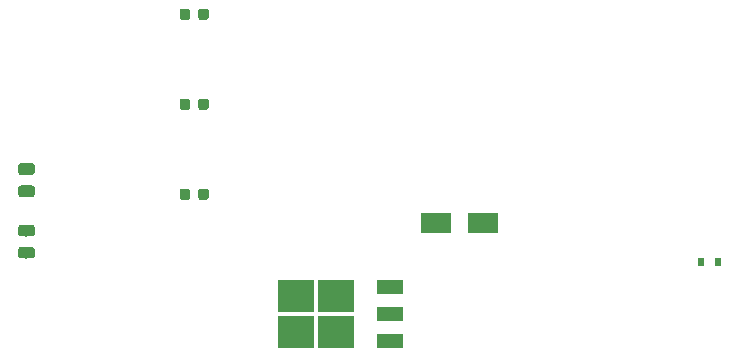
<source format=gbr>
G04 #@! TF.GenerationSoftware,KiCad,Pcbnew,(5.1.2-1)-1*
G04 #@! TF.CreationDate,2019-07-11T02:04:14+01:00*
G04 #@! TF.ProjectId,tool-lockers-pcb,746f6f6c-2d6c-46f6-936b-6572732d7063,rev?*
G04 #@! TF.SameCoordinates,Original*
G04 #@! TF.FileFunction,Paste,Top*
G04 #@! TF.FilePolarity,Positive*
%FSLAX46Y46*%
G04 Gerber Fmt 4.6, Leading zero omitted, Abs format (unit mm)*
G04 Created by KiCad (PCBNEW (5.1.2-1)-1) date 2019-07-11 02:04:14*
%MOMM*%
%LPD*%
G04 APERTURE LIST*
%ADD10C,0.100000*%
%ADD11C,0.875000*%
%ADD12R,0.600000X0.700000*%
%ADD13R,2.500000X1.800000*%
%ADD14C,0.975000*%
%ADD15R,2.200000X1.200000*%
%ADD16R,3.050000X2.750000*%
G04 APERTURE END LIST*
D10*
G36*
X135749191Y-99856053D02*
G01*
X135770426Y-99859203D01*
X135791250Y-99864419D01*
X135811462Y-99871651D01*
X135830868Y-99880830D01*
X135849281Y-99891866D01*
X135866524Y-99904654D01*
X135882430Y-99919070D01*
X135896846Y-99934976D01*
X135909634Y-99952219D01*
X135920670Y-99970632D01*
X135929849Y-99990038D01*
X135937081Y-100010250D01*
X135942297Y-100031074D01*
X135945447Y-100052309D01*
X135946500Y-100073750D01*
X135946500Y-100586250D01*
X135945447Y-100607691D01*
X135942297Y-100628926D01*
X135937081Y-100649750D01*
X135929849Y-100669962D01*
X135920670Y-100689368D01*
X135909634Y-100707781D01*
X135896846Y-100725024D01*
X135882430Y-100740930D01*
X135866524Y-100755346D01*
X135849281Y-100768134D01*
X135830868Y-100779170D01*
X135811462Y-100788349D01*
X135791250Y-100795581D01*
X135770426Y-100800797D01*
X135749191Y-100803947D01*
X135727750Y-100805000D01*
X135290250Y-100805000D01*
X135268809Y-100803947D01*
X135247574Y-100800797D01*
X135226750Y-100795581D01*
X135206538Y-100788349D01*
X135187132Y-100779170D01*
X135168719Y-100768134D01*
X135151476Y-100755346D01*
X135135570Y-100740930D01*
X135121154Y-100725024D01*
X135108366Y-100707781D01*
X135097330Y-100689368D01*
X135088151Y-100669962D01*
X135080919Y-100649750D01*
X135075703Y-100628926D01*
X135072553Y-100607691D01*
X135071500Y-100586250D01*
X135071500Y-100073750D01*
X135072553Y-100052309D01*
X135075703Y-100031074D01*
X135080919Y-100010250D01*
X135088151Y-99990038D01*
X135097330Y-99970632D01*
X135108366Y-99952219D01*
X135121154Y-99934976D01*
X135135570Y-99919070D01*
X135151476Y-99904654D01*
X135168719Y-99891866D01*
X135187132Y-99880830D01*
X135206538Y-99871651D01*
X135226750Y-99864419D01*
X135247574Y-99859203D01*
X135268809Y-99856053D01*
X135290250Y-99855000D01*
X135727750Y-99855000D01*
X135749191Y-99856053D01*
X135749191Y-99856053D01*
G37*
D11*
X135509000Y-100330000D03*
D10*
G36*
X134174191Y-99856053D02*
G01*
X134195426Y-99859203D01*
X134216250Y-99864419D01*
X134236462Y-99871651D01*
X134255868Y-99880830D01*
X134274281Y-99891866D01*
X134291524Y-99904654D01*
X134307430Y-99919070D01*
X134321846Y-99934976D01*
X134334634Y-99952219D01*
X134345670Y-99970632D01*
X134354849Y-99990038D01*
X134362081Y-100010250D01*
X134367297Y-100031074D01*
X134370447Y-100052309D01*
X134371500Y-100073750D01*
X134371500Y-100586250D01*
X134370447Y-100607691D01*
X134367297Y-100628926D01*
X134362081Y-100649750D01*
X134354849Y-100669962D01*
X134345670Y-100689368D01*
X134334634Y-100707781D01*
X134321846Y-100725024D01*
X134307430Y-100740930D01*
X134291524Y-100755346D01*
X134274281Y-100768134D01*
X134255868Y-100779170D01*
X134236462Y-100788349D01*
X134216250Y-100795581D01*
X134195426Y-100800797D01*
X134174191Y-100803947D01*
X134152750Y-100805000D01*
X133715250Y-100805000D01*
X133693809Y-100803947D01*
X133672574Y-100800797D01*
X133651750Y-100795581D01*
X133631538Y-100788349D01*
X133612132Y-100779170D01*
X133593719Y-100768134D01*
X133576476Y-100755346D01*
X133560570Y-100740930D01*
X133546154Y-100725024D01*
X133533366Y-100707781D01*
X133522330Y-100689368D01*
X133513151Y-100669962D01*
X133505919Y-100649750D01*
X133500703Y-100628926D01*
X133497553Y-100607691D01*
X133496500Y-100586250D01*
X133496500Y-100073750D01*
X133497553Y-100052309D01*
X133500703Y-100031074D01*
X133505919Y-100010250D01*
X133513151Y-99990038D01*
X133522330Y-99970632D01*
X133533366Y-99952219D01*
X133546154Y-99934976D01*
X133560570Y-99919070D01*
X133576476Y-99904654D01*
X133593719Y-99891866D01*
X133612132Y-99880830D01*
X133631538Y-99871651D01*
X133651750Y-99864419D01*
X133672574Y-99859203D01*
X133693809Y-99856053D01*
X133715250Y-99855000D01*
X134152750Y-99855000D01*
X134174191Y-99856053D01*
X134174191Y-99856053D01*
G37*
D11*
X133934000Y-100330000D03*
D12*
X177670000Y-113665000D03*
X179070000Y-113665000D03*
D13*
X155194000Y-110363000D03*
X159194000Y-110363000D03*
D10*
G36*
X121003142Y-112416674D02*
G01*
X121026803Y-112420184D01*
X121050007Y-112425996D01*
X121072529Y-112434054D01*
X121094153Y-112444282D01*
X121114670Y-112456579D01*
X121133883Y-112470829D01*
X121151607Y-112486893D01*
X121167671Y-112504617D01*
X121181921Y-112523830D01*
X121194218Y-112544347D01*
X121204446Y-112565971D01*
X121212504Y-112588493D01*
X121218316Y-112611697D01*
X121221826Y-112635358D01*
X121223000Y-112659250D01*
X121223000Y-113146750D01*
X121221826Y-113170642D01*
X121218316Y-113194303D01*
X121212504Y-113217507D01*
X121204446Y-113240029D01*
X121194218Y-113261653D01*
X121181921Y-113282170D01*
X121167671Y-113301383D01*
X121151607Y-113319107D01*
X121133883Y-113335171D01*
X121114670Y-113349421D01*
X121094153Y-113361718D01*
X121072529Y-113371946D01*
X121050007Y-113380004D01*
X121026803Y-113385816D01*
X121003142Y-113389326D01*
X120979250Y-113390500D01*
X120066750Y-113390500D01*
X120042858Y-113389326D01*
X120019197Y-113385816D01*
X119995993Y-113380004D01*
X119973471Y-113371946D01*
X119951847Y-113361718D01*
X119931330Y-113349421D01*
X119912117Y-113335171D01*
X119894393Y-113319107D01*
X119878329Y-113301383D01*
X119864079Y-113282170D01*
X119851782Y-113261653D01*
X119841554Y-113240029D01*
X119833496Y-113217507D01*
X119827684Y-113194303D01*
X119824174Y-113170642D01*
X119823000Y-113146750D01*
X119823000Y-112659250D01*
X119824174Y-112635358D01*
X119827684Y-112611697D01*
X119833496Y-112588493D01*
X119841554Y-112565971D01*
X119851782Y-112544347D01*
X119864079Y-112523830D01*
X119878329Y-112504617D01*
X119894393Y-112486893D01*
X119912117Y-112470829D01*
X119931330Y-112456579D01*
X119951847Y-112444282D01*
X119973471Y-112434054D01*
X119995993Y-112425996D01*
X120019197Y-112420184D01*
X120042858Y-112416674D01*
X120066750Y-112415500D01*
X120979250Y-112415500D01*
X121003142Y-112416674D01*
X121003142Y-112416674D01*
G37*
D14*
X120523000Y-112903000D03*
D10*
G36*
X121003142Y-110541674D02*
G01*
X121026803Y-110545184D01*
X121050007Y-110550996D01*
X121072529Y-110559054D01*
X121094153Y-110569282D01*
X121114670Y-110581579D01*
X121133883Y-110595829D01*
X121151607Y-110611893D01*
X121167671Y-110629617D01*
X121181921Y-110648830D01*
X121194218Y-110669347D01*
X121204446Y-110690971D01*
X121212504Y-110713493D01*
X121218316Y-110736697D01*
X121221826Y-110760358D01*
X121223000Y-110784250D01*
X121223000Y-111271750D01*
X121221826Y-111295642D01*
X121218316Y-111319303D01*
X121212504Y-111342507D01*
X121204446Y-111365029D01*
X121194218Y-111386653D01*
X121181921Y-111407170D01*
X121167671Y-111426383D01*
X121151607Y-111444107D01*
X121133883Y-111460171D01*
X121114670Y-111474421D01*
X121094153Y-111486718D01*
X121072529Y-111496946D01*
X121050007Y-111505004D01*
X121026803Y-111510816D01*
X121003142Y-111514326D01*
X120979250Y-111515500D01*
X120066750Y-111515500D01*
X120042858Y-111514326D01*
X120019197Y-111510816D01*
X119995993Y-111505004D01*
X119973471Y-111496946D01*
X119951847Y-111486718D01*
X119931330Y-111474421D01*
X119912117Y-111460171D01*
X119894393Y-111444107D01*
X119878329Y-111426383D01*
X119864079Y-111407170D01*
X119851782Y-111386653D01*
X119841554Y-111365029D01*
X119833496Y-111342507D01*
X119827684Y-111319303D01*
X119824174Y-111295642D01*
X119823000Y-111271750D01*
X119823000Y-110784250D01*
X119824174Y-110760358D01*
X119827684Y-110736697D01*
X119833496Y-110713493D01*
X119841554Y-110690971D01*
X119851782Y-110669347D01*
X119864079Y-110648830D01*
X119878329Y-110629617D01*
X119894393Y-110611893D01*
X119912117Y-110595829D01*
X119931330Y-110581579D01*
X119951847Y-110569282D01*
X119973471Y-110559054D01*
X119995993Y-110550996D01*
X120019197Y-110545184D01*
X120042858Y-110541674D01*
X120066750Y-110540500D01*
X120979250Y-110540500D01*
X121003142Y-110541674D01*
X121003142Y-110541674D01*
G37*
D14*
X120523000Y-111028000D03*
D10*
G36*
X121003142Y-107209674D02*
G01*
X121026803Y-107213184D01*
X121050007Y-107218996D01*
X121072529Y-107227054D01*
X121094153Y-107237282D01*
X121114670Y-107249579D01*
X121133883Y-107263829D01*
X121151607Y-107279893D01*
X121167671Y-107297617D01*
X121181921Y-107316830D01*
X121194218Y-107337347D01*
X121204446Y-107358971D01*
X121212504Y-107381493D01*
X121218316Y-107404697D01*
X121221826Y-107428358D01*
X121223000Y-107452250D01*
X121223000Y-107939750D01*
X121221826Y-107963642D01*
X121218316Y-107987303D01*
X121212504Y-108010507D01*
X121204446Y-108033029D01*
X121194218Y-108054653D01*
X121181921Y-108075170D01*
X121167671Y-108094383D01*
X121151607Y-108112107D01*
X121133883Y-108128171D01*
X121114670Y-108142421D01*
X121094153Y-108154718D01*
X121072529Y-108164946D01*
X121050007Y-108173004D01*
X121026803Y-108178816D01*
X121003142Y-108182326D01*
X120979250Y-108183500D01*
X120066750Y-108183500D01*
X120042858Y-108182326D01*
X120019197Y-108178816D01*
X119995993Y-108173004D01*
X119973471Y-108164946D01*
X119951847Y-108154718D01*
X119931330Y-108142421D01*
X119912117Y-108128171D01*
X119894393Y-108112107D01*
X119878329Y-108094383D01*
X119864079Y-108075170D01*
X119851782Y-108054653D01*
X119841554Y-108033029D01*
X119833496Y-108010507D01*
X119827684Y-107987303D01*
X119824174Y-107963642D01*
X119823000Y-107939750D01*
X119823000Y-107452250D01*
X119824174Y-107428358D01*
X119827684Y-107404697D01*
X119833496Y-107381493D01*
X119841554Y-107358971D01*
X119851782Y-107337347D01*
X119864079Y-107316830D01*
X119878329Y-107297617D01*
X119894393Y-107279893D01*
X119912117Y-107263829D01*
X119931330Y-107249579D01*
X119951847Y-107237282D01*
X119973471Y-107227054D01*
X119995993Y-107218996D01*
X120019197Y-107213184D01*
X120042858Y-107209674D01*
X120066750Y-107208500D01*
X120979250Y-107208500D01*
X121003142Y-107209674D01*
X121003142Y-107209674D01*
G37*
D14*
X120523000Y-107696000D03*
D10*
G36*
X121003142Y-105334674D02*
G01*
X121026803Y-105338184D01*
X121050007Y-105343996D01*
X121072529Y-105352054D01*
X121094153Y-105362282D01*
X121114670Y-105374579D01*
X121133883Y-105388829D01*
X121151607Y-105404893D01*
X121167671Y-105422617D01*
X121181921Y-105441830D01*
X121194218Y-105462347D01*
X121204446Y-105483971D01*
X121212504Y-105506493D01*
X121218316Y-105529697D01*
X121221826Y-105553358D01*
X121223000Y-105577250D01*
X121223000Y-106064750D01*
X121221826Y-106088642D01*
X121218316Y-106112303D01*
X121212504Y-106135507D01*
X121204446Y-106158029D01*
X121194218Y-106179653D01*
X121181921Y-106200170D01*
X121167671Y-106219383D01*
X121151607Y-106237107D01*
X121133883Y-106253171D01*
X121114670Y-106267421D01*
X121094153Y-106279718D01*
X121072529Y-106289946D01*
X121050007Y-106298004D01*
X121026803Y-106303816D01*
X121003142Y-106307326D01*
X120979250Y-106308500D01*
X120066750Y-106308500D01*
X120042858Y-106307326D01*
X120019197Y-106303816D01*
X119995993Y-106298004D01*
X119973471Y-106289946D01*
X119951847Y-106279718D01*
X119931330Y-106267421D01*
X119912117Y-106253171D01*
X119894393Y-106237107D01*
X119878329Y-106219383D01*
X119864079Y-106200170D01*
X119851782Y-106179653D01*
X119841554Y-106158029D01*
X119833496Y-106135507D01*
X119827684Y-106112303D01*
X119824174Y-106088642D01*
X119823000Y-106064750D01*
X119823000Y-105577250D01*
X119824174Y-105553358D01*
X119827684Y-105529697D01*
X119833496Y-105506493D01*
X119841554Y-105483971D01*
X119851782Y-105462347D01*
X119864079Y-105441830D01*
X119878329Y-105422617D01*
X119894393Y-105404893D01*
X119912117Y-105388829D01*
X119931330Y-105374579D01*
X119951847Y-105362282D01*
X119973471Y-105352054D01*
X119995993Y-105343996D01*
X120019197Y-105338184D01*
X120042858Y-105334674D01*
X120066750Y-105333500D01*
X120979250Y-105333500D01*
X121003142Y-105334674D01*
X121003142Y-105334674D01*
G37*
D14*
X120523000Y-105821000D03*
D15*
X151334000Y-120390000D03*
X151334000Y-118110000D03*
X151334000Y-115830000D03*
D16*
X143359000Y-116585000D03*
X146709000Y-119635000D03*
X143359000Y-119635000D03*
X146709000Y-116585000D03*
D10*
G36*
X134174191Y-107476053D02*
G01*
X134195426Y-107479203D01*
X134216250Y-107484419D01*
X134236462Y-107491651D01*
X134255868Y-107500830D01*
X134274281Y-107511866D01*
X134291524Y-107524654D01*
X134307430Y-107539070D01*
X134321846Y-107554976D01*
X134334634Y-107572219D01*
X134345670Y-107590632D01*
X134354849Y-107610038D01*
X134362081Y-107630250D01*
X134367297Y-107651074D01*
X134370447Y-107672309D01*
X134371500Y-107693750D01*
X134371500Y-108206250D01*
X134370447Y-108227691D01*
X134367297Y-108248926D01*
X134362081Y-108269750D01*
X134354849Y-108289962D01*
X134345670Y-108309368D01*
X134334634Y-108327781D01*
X134321846Y-108345024D01*
X134307430Y-108360930D01*
X134291524Y-108375346D01*
X134274281Y-108388134D01*
X134255868Y-108399170D01*
X134236462Y-108408349D01*
X134216250Y-108415581D01*
X134195426Y-108420797D01*
X134174191Y-108423947D01*
X134152750Y-108425000D01*
X133715250Y-108425000D01*
X133693809Y-108423947D01*
X133672574Y-108420797D01*
X133651750Y-108415581D01*
X133631538Y-108408349D01*
X133612132Y-108399170D01*
X133593719Y-108388134D01*
X133576476Y-108375346D01*
X133560570Y-108360930D01*
X133546154Y-108345024D01*
X133533366Y-108327781D01*
X133522330Y-108309368D01*
X133513151Y-108289962D01*
X133505919Y-108269750D01*
X133500703Y-108248926D01*
X133497553Y-108227691D01*
X133496500Y-108206250D01*
X133496500Y-107693750D01*
X133497553Y-107672309D01*
X133500703Y-107651074D01*
X133505919Y-107630250D01*
X133513151Y-107610038D01*
X133522330Y-107590632D01*
X133533366Y-107572219D01*
X133546154Y-107554976D01*
X133560570Y-107539070D01*
X133576476Y-107524654D01*
X133593719Y-107511866D01*
X133612132Y-107500830D01*
X133631538Y-107491651D01*
X133651750Y-107484419D01*
X133672574Y-107479203D01*
X133693809Y-107476053D01*
X133715250Y-107475000D01*
X134152750Y-107475000D01*
X134174191Y-107476053D01*
X134174191Y-107476053D01*
G37*
D11*
X133934000Y-107950000D03*
D10*
G36*
X135749191Y-107476053D02*
G01*
X135770426Y-107479203D01*
X135791250Y-107484419D01*
X135811462Y-107491651D01*
X135830868Y-107500830D01*
X135849281Y-107511866D01*
X135866524Y-107524654D01*
X135882430Y-107539070D01*
X135896846Y-107554976D01*
X135909634Y-107572219D01*
X135920670Y-107590632D01*
X135929849Y-107610038D01*
X135937081Y-107630250D01*
X135942297Y-107651074D01*
X135945447Y-107672309D01*
X135946500Y-107693750D01*
X135946500Y-108206250D01*
X135945447Y-108227691D01*
X135942297Y-108248926D01*
X135937081Y-108269750D01*
X135929849Y-108289962D01*
X135920670Y-108309368D01*
X135909634Y-108327781D01*
X135896846Y-108345024D01*
X135882430Y-108360930D01*
X135866524Y-108375346D01*
X135849281Y-108388134D01*
X135830868Y-108399170D01*
X135811462Y-108408349D01*
X135791250Y-108415581D01*
X135770426Y-108420797D01*
X135749191Y-108423947D01*
X135727750Y-108425000D01*
X135290250Y-108425000D01*
X135268809Y-108423947D01*
X135247574Y-108420797D01*
X135226750Y-108415581D01*
X135206538Y-108408349D01*
X135187132Y-108399170D01*
X135168719Y-108388134D01*
X135151476Y-108375346D01*
X135135570Y-108360930D01*
X135121154Y-108345024D01*
X135108366Y-108327781D01*
X135097330Y-108309368D01*
X135088151Y-108289962D01*
X135080919Y-108269750D01*
X135075703Y-108248926D01*
X135072553Y-108227691D01*
X135071500Y-108206250D01*
X135071500Y-107693750D01*
X135072553Y-107672309D01*
X135075703Y-107651074D01*
X135080919Y-107630250D01*
X135088151Y-107610038D01*
X135097330Y-107590632D01*
X135108366Y-107572219D01*
X135121154Y-107554976D01*
X135135570Y-107539070D01*
X135151476Y-107524654D01*
X135168719Y-107511866D01*
X135187132Y-107500830D01*
X135206538Y-107491651D01*
X135226750Y-107484419D01*
X135247574Y-107479203D01*
X135268809Y-107476053D01*
X135290250Y-107475000D01*
X135727750Y-107475000D01*
X135749191Y-107476053D01*
X135749191Y-107476053D01*
G37*
D11*
X135509000Y-107950000D03*
D10*
G36*
X135749191Y-92236053D02*
G01*
X135770426Y-92239203D01*
X135791250Y-92244419D01*
X135811462Y-92251651D01*
X135830868Y-92260830D01*
X135849281Y-92271866D01*
X135866524Y-92284654D01*
X135882430Y-92299070D01*
X135896846Y-92314976D01*
X135909634Y-92332219D01*
X135920670Y-92350632D01*
X135929849Y-92370038D01*
X135937081Y-92390250D01*
X135942297Y-92411074D01*
X135945447Y-92432309D01*
X135946500Y-92453750D01*
X135946500Y-92966250D01*
X135945447Y-92987691D01*
X135942297Y-93008926D01*
X135937081Y-93029750D01*
X135929849Y-93049962D01*
X135920670Y-93069368D01*
X135909634Y-93087781D01*
X135896846Y-93105024D01*
X135882430Y-93120930D01*
X135866524Y-93135346D01*
X135849281Y-93148134D01*
X135830868Y-93159170D01*
X135811462Y-93168349D01*
X135791250Y-93175581D01*
X135770426Y-93180797D01*
X135749191Y-93183947D01*
X135727750Y-93185000D01*
X135290250Y-93185000D01*
X135268809Y-93183947D01*
X135247574Y-93180797D01*
X135226750Y-93175581D01*
X135206538Y-93168349D01*
X135187132Y-93159170D01*
X135168719Y-93148134D01*
X135151476Y-93135346D01*
X135135570Y-93120930D01*
X135121154Y-93105024D01*
X135108366Y-93087781D01*
X135097330Y-93069368D01*
X135088151Y-93049962D01*
X135080919Y-93029750D01*
X135075703Y-93008926D01*
X135072553Y-92987691D01*
X135071500Y-92966250D01*
X135071500Y-92453750D01*
X135072553Y-92432309D01*
X135075703Y-92411074D01*
X135080919Y-92390250D01*
X135088151Y-92370038D01*
X135097330Y-92350632D01*
X135108366Y-92332219D01*
X135121154Y-92314976D01*
X135135570Y-92299070D01*
X135151476Y-92284654D01*
X135168719Y-92271866D01*
X135187132Y-92260830D01*
X135206538Y-92251651D01*
X135226750Y-92244419D01*
X135247574Y-92239203D01*
X135268809Y-92236053D01*
X135290250Y-92235000D01*
X135727750Y-92235000D01*
X135749191Y-92236053D01*
X135749191Y-92236053D01*
G37*
D11*
X135509000Y-92710000D03*
D10*
G36*
X134174191Y-92236053D02*
G01*
X134195426Y-92239203D01*
X134216250Y-92244419D01*
X134236462Y-92251651D01*
X134255868Y-92260830D01*
X134274281Y-92271866D01*
X134291524Y-92284654D01*
X134307430Y-92299070D01*
X134321846Y-92314976D01*
X134334634Y-92332219D01*
X134345670Y-92350632D01*
X134354849Y-92370038D01*
X134362081Y-92390250D01*
X134367297Y-92411074D01*
X134370447Y-92432309D01*
X134371500Y-92453750D01*
X134371500Y-92966250D01*
X134370447Y-92987691D01*
X134367297Y-93008926D01*
X134362081Y-93029750D01*
X134354849Y-93049962D01*
X134345670Y-93069368D01*
X134334634Y-93087781D01*
X134321846Y-93105024D01*
X134307430Y-93120930D01*
X134291524Y-93135346D01*
X134274281Y-93148134D01*
X134255868Y-93159170D01*
X134236462Y-93168349D01*
X134216250Y-93175581D01*
X134195426Y-93180797D01*
X134174191Y-93183947D01*
X134152750Y-93185000D01*
X133715250Y-93185000D01*
X133693809Y-93183947D01*
X133672574Y-93180797D01*
X133651750Y-93175581D01*
X133631538Y-93168349D01*
X133612132Y-93159170D01*
X133593719Y-93148134D01*
X133576476Y-93135346D01*
X133560570Y-93120930D01*
X133546154Y-93105024D01*
X133533366Y-93087781D01*
X133522330Y-93069368D01*
X133513151Y-93049962D01*
X133505919Y-93029750D01*
X133500703Y-93008926D01*
X133497553Y-92987691D01*
X133496500Y-92966250D01*
X133496500Y-92453750D01*
X133497553Y-92432309D01*
X133500703Y-92411074D01*
X133505919Y-92390250D01*
X133513151Y-92370038D01*
X133522330Y-92350632D01*
X133533366Y-92332219D01*
X133546154Y-92314976D01*
X133560570Y-92299070D01*
X133576476Y-92284654D01*
X133593719Y-92271866D01*
X133612132Y-92260830D01*
X133631538Y-92251651D01*
X133651750Y-92244419D01*
X133672574Y-92239203D01*
X133693809Y-92236053D01*
X133715250Y-92235000D01*
X134152750Y-92235000D01*
X134174191Y-92236053D01*
X134174191Y-92236053D01*
G37*
D11*
X133934000Y-92710000D03*
M02*

</source>
